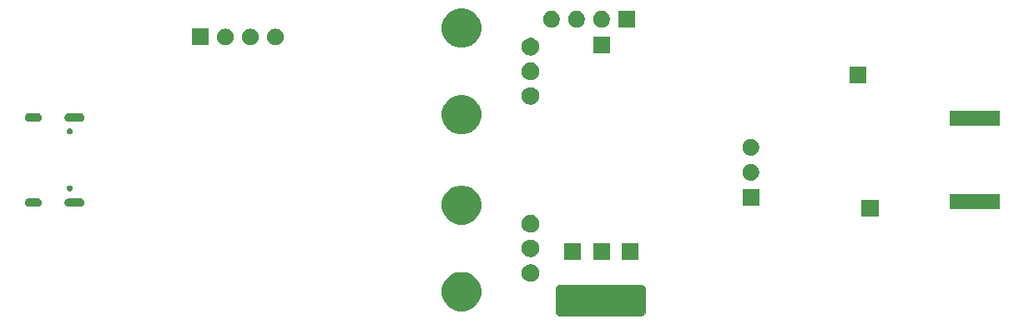
<source format=gbr>
G04 #@! TF.GenerationSoftware,KiCad,Pcbnew,5.1.5+dfsg1-2build2*
G04 #@! TF.CreationDate,2021-02-20T19:42:40+01:00*
G04 #@! TF.ProjectId,charge-hf,63686172-6765-42d6-9866-2e6b69636164,rev?*
G04 #@! TF.SameCoordinates,Original*
G04 #@! TF.FileFunction,Soldermask,Bot*
G04 #@! TF.FilePolarity,Negative*
%FSLAX46Y46*%
G04 Gerber Fmt 4.6, Leading zero omitted, Abs format (unit mm)*
G04 Created by KiCad (PCBNEW 5.1.5+dfsg1-2build2) date 2021-02-20 19:42:40*
%MOMM*%
%LPD*%
G04 APERTURE LIST*
%ADD10C,0.100000*%
G04 APERTURE END LIST*
D10*
G36*
X163800000Y-93000000D02*
G01*
X163800000Y-95600000D01*
X163500000Y-95850000D01*
X155000000Y-95850000D01*
X154750000Y-95600000D01*
X154750000Y-93000000D01*
X155050000Y-92700000D01*
X163500000Y-92700000D01*
X163800000Y-93000000D01*
G37*
X163800000Y-93000000D02*
X163800000Y-95600000D01*
X163500000Y-95850000D01*
X155000000Y-95850000D01*
X154750000Y-95600000D01*
X154750000Y-93000000D01*
X155050000Y-92700000D01*
X163500000Y-92700000D01*
X163800000Y-93000000D01*
G36*
X145783378Y-91476859D02*
G01*
X146147355Y-91627623D01*
X146474926Y-91846499D01*
X146753501Y-92125074D01*
X146972377Y-92452645D01*
X147123141Y-92816622D01*
X147200000Y-93203017D01*
X147200000Y-93596983D01*
X147123141Y-93983378D01*
X146972377Y-94347355D01*
X146753501Y-94674926D01*
X146474926Y-94953501D01*
X146147355Y-95172377D01*
X145783378Y-95323141D01*
X145396983Y-95400000D01*
X145003017Y-95400000D01*
X144616622Y-95323141D01*
X144252645Y-95172377D01*
X143925074Y-94953501D01*
X143646499Y-94674926D01*
X143427623Y-94347355D01*
X143276859Y-93983378D01*
X143200000Y-93596983D01*
X143200000Y-93203017D01*
X143276859Y-92816622D01*
X143427623Y-92452645D01*
X143646499Y-92125074D01*
X143925074Y-91846499D01*
X144252645Y-91627623D01*
X144616622Y-91476859D01*
X145003017Y-91400000D01*
X145396983Y-91400000D01*
X145783378Y-91476859D01*
G37*
G36*
X152462520Y-90634586D02*
G01*
X152626310Y-90702430D01*
X152773717Y-90800924D01*
X152899076Y-90926283D01*
X152997570Y-91073690D01*
X153065414Y-91237480D01*
X153100000Y-91411358D01*
X153100000Y-91588642D01*
X153065414Y-91762520D01*
X152997570Y-91926310D01*
X152899076Y-92073717D01*
X152773717Y-92199076D01*
X152626310Y-92297570D01*
X152462520Y-92365414D01*
X152288642Y-92400000D01*
X152111358Y-92400000D01*
X151937480Y-92365414D01*
X151773690Y-92297570D01*
X151626283Y-92199076D01*
X151500924Y-92073717D01*
X151402430Y-91926310D01*
X151334586Y-91762520D01*
X151300000Y-91588642D01*
X151300000Y-91411358D01*
X151334586Y-91237480D01*
X151402430Y-91073690D01*
X151500924Y-90926283D01*
X151626283Y-90800924D01*
X151773690Y-90702430D01*
X151937480Y-90634586D01*
X152111358Y-90600000D01*
X152288642Y-90600000D01*
X152462520Y-90634586D01*
G37*
G36*
X163150000Y-90150000D02*
G01*
X161450000Y-90150000D01*
X161450000Y-88450000D01*
X163150000Y-88450000D01*
X163150000Y-90150000D01*
G37*
G36*
X160250000Y-90150000D02*
G01*
X158550000Y-90150000D01*
X158550000Y-88450000D01*
X160250000Y-88450000D01*
X160250000Y-90150000D01*
G37*
G36*
X157350000Y-90150000D02*
G01*
X155650000Y-90150000D01*
X155650000Y-88450000D01*
X157350000Y-88450000D01*
X157350000Y-90150000D01*
G37*
G36*
X152462520Y-88134586D02*
G01*
X152626310Y-88202430D01*
X152773717Y-88300924D01*
X152899076Y-88426283D01*
X152997570Y-88573690D01*
X153065414Y-88737480D01*
X153100000Y-88911358D01*
X153100000Y-89088642D01*
X153065414Y-89262520D01*
X152997570Y-89426310D01*
X152899076Y-89573717D01*
X152773717Y-89699076D01*
X152626310Y-89797570D01*
X152462520Y-89865414D01*
X152288642Y-89900000D01*
X152111358Y-89900000D01*
X151937480Y-89865414D01*
X151773690Y-89797570D01*
X151626283Y-89699076D01*
X151500924Y-89573717D01*
X151402430Y-89426310D01*
X151334586Y-89262520D01*
X151300000Y-89088642D01*
X151300000Y-88911358D01*
X151334586Y-88737480D01*
X151402430Y-88573690D01*
X151500924Y-88426283D01*
X151626283Y-88300924D01*
X151773690Y-88202430D01*
X151937480Y-88134586D01*
X152111358Y-88100000D01*
X152288642Y-88100000D01*
X152462520Y-88134586D01*
G37*
G36*
X152462520Y-85634586D02*
G01*
X152626310Y-85702430D01*
X152773717Y-85800924D01*
X152899076Y-85926283D01*
X152997570Y-86073690D01*
X153065414Y-86237480D01*
X153100000Y-86411358D01*
X153100000Y-86588642D01*
X153065414Y-86762520D01*
X152997570Y-86926310D01*
X152899076Y-87073717D01*
X152773717Y-87199076D01*
X152626310Y-87297570D01*
X152462520Y-87365414D01*
X152288642Y-87400000D01*
X152111358Y-87400000D01*
X151937480Y-87365414D01*
X151773690Y-87297570D01*
X151626283Y-87199076D01*
X151500924Y-87073717D01*
X151402430Y-86926310D01*
X151334586Y-86762520D01*
X151300000Y-86588642D01*
X151300000Y-86411358D01*
X151334586Y-86237480D01*
X151402430Y-86073690D01*
X151500924Y-85926283D01*
X151626283Y-85800924D01*
X151773690Y-85702430D01*
X151937480Y-85634586D01*
X152111358Y-85600000D01*
X152288642Y-85600000D01*
X152462520Y-85634586D01*
G37*
G36*
X145783378Y-82676859D02*
G01*
X146147355Y-82827623D01*
X146474926Y-83046499D01*
X146753501Y-83325074D01*
X146972377Y-83652645D01*
X147123141Y-84016622D01*
X147200000Y-84403017D01*
X147200000Y-84796983D01*
X147123141Y-85183378D01*
X146972377Y-85547355D01*
X146753501Y-85874926D01*
X146474926Y-86153501D01*
X146147355Y-86372377D01*
X145783378Y-86523141D01*
X145396983Y-86600000D01*
X145003017Y-86600000D01*
X144616622Y-86523141D01*
X144252645Y-86372377D01*
X143925074Y-86153501D01*
X143646499Y-85874926D01*
X143427623Y-85547355D01*
X143276859Y-85183378D01*
X143200000Y-84796983D01*
X143200000Y-84403017D01*
X143276859Y-84016622D01*
X143427623Y-83652645D01*
X143646499Y-83325074D01*
X143925074Y-83046499D01*
X144252645Y-82827623D01*
X144616622Y-82676859D01*
X145003017Y-82600000D01*
X145396983Y-82600000D01*
X145783378Y-82676859D01*
G37*
G36*
X187500000Y-85800000D02*
G01*
X185800000Y-85800000D01*
X185800000Y-84100000D01*
X187500000Y-84100000D01*
X187500000Y-85800000D01*
G37*
G36*
X199790000Y-85000000D02*
G01*
X194710000Y-85000000D01*
X194710000Y-83500000D01*
X199790000Y-83500000D01*
X199790000Y-85000000D01*
G37*
G36*
X106568215Y-83876511D02*
G01*
X106638126Y-83897718D01*
X106653045Y-83902244D01*
X106731217Y-83944029D01*
X106799738Y-84000262D01*
X106855971Y-84068783D01*
X106897756Y-84146955D01*
X106897757Y-84146959D01*
X106923489Y-84231785D01*
X106932177Y-84320000D01*
X106923489Y-84408215D01*
X106902282Y-84478126D01*
X106897756Y-84493045D01*
X106855971Y-84571217D01*
X106799738Y-84639738D01*
X106731217Y-84695971D01*
X106653045Y-84737756D01*
X106638126Y-84742281D01*
X106568215Y-84763489D01*
X106502105Y-84770000D01*
X105357895Y-84770000D01*
X105291785Y-84763489D01*
X105221874Y-84742281D01*
X105206955Y-84737756D01*
X105128783Y-84695971D01*
X105060262Y-84639738D01*
X105004029Y-84571217D01*
X104962244Y-84493045D01*
X104957718Y-84478126D01*
X104936511Y-84408215D01*
X104927823Y-84320000D01*
X104936511Y-84231785D01*
X104962243Y-84146959D01*
X104962244Y-84146955D01*
X105004029Y-84068783D01*
X105060262Y-84000262D01*
X105128783Y-83944029D01*
X105206955Y-83902244D01*
X105221874Y-83897718D01*
X105291785Y-83876511D01*
X105357895Y-83870000D01*
X106502105Y-83870000D01*
X106568215Y-83876511D01*
G37*
G36*
X102248215Y-83876511D02*
G01*
X102318126Y-83897718D01*
X102333045Y-83902244D01*
X102411217Y-83944029D01*
X102479738Y-84000262D01*
X102535971Y-84068783D01*
X102577756Y-84146955D01*
X102577757Y-84146959D01*
X102603489Y-84231785D01*
X102612177Y-84320000D01*
X102603489Y-84408215D01*
X102582282Y-84478126D01*
X102577756Y-84493045D01*
X102535971Y-84571217D01*
X102479738Y-84639738D01*
X102411217Y-84695971D01*
X102333045Y-84737756D01*
X102318126Y-84742281D01*
X102248215Y-84763489D01*
X102182105Y-84770000D01*
X101337895Y-84770000D01*
X101271785Y-84763489D01*
X101201874Y-84742281D01*
X101186955Y-84737756D01*
X101108783Y-84695971D01*
X101040262Y-84639738D01*
X100984029Y-84571217D01*
X100942244Y-84493045D01*
X100937718Y-84478126D01*
X100916511Y-84408215D01*
X100907823Y-84320000D01*
X100916511Y-84231785D01*
X100942243Y-84146959D01*
X100942244Y-84146955D01*
X100984029Y-84068783D01*
X101040262Y-84000262D01*
X101108783Y-83944029D01*
X101186955Y-83902244D01*
X101201874Y-83897718D01*
X101271785Y-83876511D01*
X101337895Y-83870000D01*
X102182105Y-83870000D01*
X102248215Y-83876511D01*
G37*
G36*
X175400000Y-84650000D02*
G01*
X173700000Y-84650000D01*
X173700000Y-82950000D01*
X175400000Y-82950000D01*
X175400000Y-84650000D01*
G37*
G36*
X105537507Y-82601528D02*
G01*
X105592103Y-82624143D01*
X105641239Y-82656974D01*
X105683026Y-82698761D01*
X105715857Y-82747897D01*
X105738472Y-82802493D01*
X105750000Y-82860453D01*
X105750000Y-82919547D01*
X105738472Y-82977507D01*
X105715857Y-83032103D01*
X105683026Y-83081239D01*
X105641239Y-83123026D01*
X105592103Y-83155857D01*
X105537507Y-83178472D01*
X105479547Y-83190000D01*
X105420453Y-83190000D01*
X105362493Y-83178472D01*
X105307897Y-83155857D01*
X105258761Y-83123026D01*
X105216974Y-83081239D01*
X105184143Y-83032103D01*
X105161528Y-82977507D01*
X105150000Y-82919547D01*
X105150000Y-82860453D01*
X105161528Y-82802493D01*
X105184143Y-82747897D01*
X105216974Y-82698761D01*
X105258761Y-82656974D01*
X105307897Y-82624143D01*
X105362493Y-82601528D01*
X105420453Y-82590000D01*
X105479547Y-82590000D01*
X105537507Y-82601528D01*
G37*
G36*
X174743197Y-80431777D02*
G01*
X174797937Y-80442665D01*
X174952626Y-80506739D01*
X175091845Y-80599763D01*
X175210237Y-80718155D01*
X175303261Y-80857374D01*
X175367335Y-81012063D01*
X175400000Y-81176284D01*
X175400000Y-81343716D01*
X175367335Y-81507937D01*
X175303261Y-81662626D01*
X175210237Y-81801845D01*
X175091845Y-81920237D01*
X174952626Y-82013261D01*
X174797937Y-82077335D01*
X174743197Y-82088223D01*
X174633718Y-82110000D01*
X174466282Y-82110000D01*
X174356803Y-82088223D01*
X174302063Y-82077335D01*
X174147374Y-82013261D01*
X174008155Y-81920237D01*
X173889763Y-81801845D01*
X173796739Y-81662626D01*
X173732665Y-81507937D01*
X173700000Y-81343716D01*
X173700000Y-81176284D01*
X173732665Y-81012063D01*
X173796739Y-80857374D01*
X173889763Y-80718155D01*
X174008155Y-80599763D01*
X174147374Y-80506739D01*
X174302063Y-80442665D01*
X174356803Y-80431777D01*
X174466282Y-80410000D01*
X174633718Y-80410000D01*
X174743197Y-80431777D01*
G37*
G36*
X174743197Y-77891777D02*
G01*
X174797937Y-77902665D01*
X174952626Y-77966739D01*
X175091845Y-78059763D01*
X175210237Y-78178155D01*
X175303261Y-78317374D01*
X175367335Y-78472063D01*
X175400000Y-78636284D01*
X175400000Y-78803716D01*
X175367335Y-78967937D01*
X175303261Y-79122626D01*
X175210237Y-79261845D01*
X175091845Y-79380237D01*
X174952626Y-79473261D01*
X174797937Y-79537335D01*
X174743197Y-79548223D01*
X174633718Y-79570000D01*
X174466282Y-79570000D01*
X174356803Y-79548223D01*
X174302063Y-79537335D01*
X174147374Y-79473261D01*
X174008155Y-79380237D01*
X173889763Y-79261845D01*
X173796739Y-79122626D01*
X173732665Y-78967937D01*
X173700000Y-78803716D01*
X173700000Y-78636284D01*
X173732665Y-78472063D01*
X173796739Y-78317374D01*
X173889763Y-78178155D01*
X174008155Y-78059763D01*
X174147374Y-77966739D01*
X174302063Y-77902665D01*
X174356803Y-77891777D01*
X174466282Y-77870000D01*
X174633718Y-77870000D01*
X174743197Y-77891777D01*
G37*
G36*
X105537507Y-76821528D02*
G01*
X105592103Y-76844143D01*
X105641239Y-76876974D01*
X105683026Y-76918761D01*
X105715857Y-76967897D01*
X105738472Y-77022493D01*
X105750000Y-77080453D01*
X105750000Y-77139547D01*
X105738472Y-77197507D01*
X105715857Y-77252103D01*
X105683026Y-77301239D01*
X105641239Y-77343026D01*
X105592103Y-77375857D01*
X105537507Y-77398472D01*
X105479547Y-77410000D01*
X105420453Y-77410000D01*
X105362493Y-77398472D01*
X105307897Y-77375857D01*
X105258761Y-77343026D01*
X105216974Y-77301239D01*
X105184143Y-77252103D01*
X105161528Y-77197507D01*
X105150000Y-77139547D01*
X105150000Y-77080453D01*
X105161528Y-77022493D01*
X105184143Y-76967897D01*
X105216974Y-76918761D01*
X105258761Y-76876974D01*
X105307897Y-76844143D01*
X105362493Y-76821528D01*
X105420453Y-76810000D01*
X105479547Y-76810000D01*
X105537507Y-76821528D01*
G37*
G36*
X145783378Y-73476859D02*
G01*
X146147355Y-73627623D01*
X146474926Y-73846499D01*
X146753501Y-74125074D01*
X146972377Y-74452645D01*
X147123141Y-74816622D01*
X147200000Y-75203017D01*
X147200000Y-75596983D01*
X147123141Y-75983378D01*
X146972377Y-76347355D01*
X146753501Y-76674926D01*
X146474926Y-76953501D01*
X146147355Y-77172377D01*
X145783378Y-77323141D01*
X145396983Y-77400000D01*
X145003017Y-77400000D01*
X144616622Y-77323141D01*
X144252645Y-77172377D01*
X143925074Y-76953501D01*
X143646499Y-76674926D01*
X143427623Y-76347355D01*
X143276859Y-75983378D01*
X143200000Y-75596983D01*
X143200000Y-75203017D01*
X143276859Y-74816622D01*
X143427623Y-74452645D01*
X143646499Y-74125074D01*
X143925074Y-73846499D01*
X144252645Y-73627623D01*
X144616622Y-73476859D01*
X145003017Y-73400000D01*
X145396983Y-73400000D01*
X145783378Y-73476859D01*
G37*
G36*
X199790000Y-76500000D02*
G01*
X194710000Y-76500000D01*
X194710000Y-75000000D01*
X199790000Y-75000000D01*
X199790000Y-76500000D01*
G37*
G36*
X102248215Y-75236511D02*
G01*
X102318126Y-75257718D01*
X102333045Y-75262244D01*
X102411217Y-75304029D01*
X102479738Y-75360262D01*
X102535971Y-75428783D01*
X102577756Y-75506955D01*
X102577757Y-75506959D01*
X102603489Y-75591785D01*
X102612177Y-75680000D01*
X102603489Y-75768215D01*
X102582281Y-75838126D01*
X102577756Y-75853045D01*
X102535971Y-75931217D01*
X102479738Y-75999738D01*
X102411217Y-76055971D01*
X102333045Y-76097756D01*
X102318126Y-76102282D01*
X102248215Y-76123489D01*
X102182105Y-76130000D01*
X101337895Y-76130000D01*
X101271785Y-76123489D01*
X101201874Y-76102282D01*
X101186955Y-76097756D01*
X101108783Y-76055971D01*
X101040262Y-75999738D01*
X100984029Y-75931217D01*
X100942244Y-75853045D01*
X100937719Y-75838126D01*
X100916511Y-75768215D01*
X100907823Y-75680000D01*
X100916511Y-75591785D01*
X100942243Y-75506959D01*
X100942244Y-75506955D01*
X100984029Y-75428783D01*
X101040262Y-75360262D01*
X101108783Y-75304029D01*
X101186955Y-75262244D01*
X101201874Y-75257718D01*
X101271785Y-75236511D01*
X101337895Y-75230000D01*
X102182105Y-75230000D01*
X102248215Y-75236511D01*
G37*
G36*
X106568215Y-75236511D02*
G01*
X106638126Y-75257718D01*
X106653045Y-75262244D01*
X106731217Y-75304029D01*
X106799738Y-75360262D01*
X106855971Y-75428783D01*
X106897756Y-75506955D01*
X106897757Y-75506959D01*
X106923489Y-75591785D01*
X106932177Y-75680000D01*
X106923489Y-75768215D01*
X106902281Y-75838126D01*
X106897756Y-75853045D01*
X106855971Y-75931217D01*
X106799738Y-75999738D01*
X106731217Y-76055971D01*
X106653045Y-76097756D01*
X106638126Y-76102282D01*
X106568215Y-76123489D01*
X106502105Y-76130000D01*
X105357895Y-76130000D01*
X105291785Y-76123489D01*
X105221874Y-76102282D01*
X105206955Y-76097756D01*
X105128783Y-76055971D01*
X105060262Y-75999738D01*
X105004029Y-75931217D01*
X104962244Y-75853045D01*
X104957719Y-75838126D01*
X104936511Y-75768215D01*
X104927823Y-75680000D01*
X104936511Y-75591785D01*
X104962243Y-75506959D01*
X104962244Y-75506955D01*
X105004029Y-75428783D01*
X105060262Y-75360262D01*
X105128783Y-75304029D01*
X105206955Y-75262244D01*
X105221874Y-75257718D01*
X105291785Y-75236511D01*
X105357895Y-75230000D01*
X106502105Y-75230000D01*
X106568215Y-75236511D01*
G37*
G36*
X152462520Y-72634586D02*
G01*
X152626310Y-72702430D01*
X152773717Y-72800924D01*
X152899076Y-72926283D01*
X152997570Y-73073690D01*
X153065414Y-73237480D01*
X153100000Y-73411358D01*
X153100000Y-73588642D01*
X153065414Y-73762520D01*
X152997570Y-73926310D01*
X152899076Y-74073717D01*
X152773717Y-74199076D01*
X152626310Y-74297570D01*
X152462520Y-74365414D01*
X152288642Y-74400000D01*
X152111358Y-74400000D01*
X151937480Y-74365414D01*
X151773690Y-74297570D01*
X151626283Y-74199076D01*
X151500924Y-74073717D01*
X151402430Y-73926310D01*
X151334586Y-73762520D01*
X151300000Y-73588642D01*
X151300000Y-73411358D01*
X151334586Y-73237480D01*
X151402430Y-73073690D01*
X151500924Y-72926283D01*
X151626283Y-72800924D01*
X151773690Y-72702430D01*
X151937480Y-72634586D01*
X152111358Y-72600000D01*
X152288642Y-72600000D01*
X152462520Y-72634586D01*
G37*
G36*
X186300000Y-72250000D02*
G01*
X184600000Y-72250000D01*
X184600000Y-70550000D01*
X186300000Y-70550000D01*
X186300000Y-72250000D01*
G37*
G36*
X152462520Y-70134586D02*
G01*
X152626310Y-70202430D01*
X152773717Y-70300924D01*
X152899076Y-70426283D01*
X152997570Y-70573690D01*
X153065414Y-70737480D01*
X153100000Y-70911358D01*
X153100000Y-71088642D01*
X153065414Y-71262520D01*
X152997570Y-71426310D01*
X152899076Y-71573717D01*
X152773717Y-71699076D01*
X152626310Y-71797570D01*
X152462520Y-71865414D01*
X152288642Y-71900000D01*
X152111358Y-71900000D01*
X151937480Y-71865414D01*
X151773690Y-71797570D01*
X151626283Y-71699076D01*
X151500924Y-71573717D01*
X151402430Y-71426310D01*
X151334586Y-71262520D01*
X151300000Y-71088642D01*
X151300000Y-70911358D01*
X151334586Y-70737480D01*
X151402430Y-70573690D01*
X151500924Y-70426283D01*
X151626283Y-70300924D01*
X151773690Y-70202430D01*
X151937480Y-70134586D01*
X152111358Y-70100000D01*
X152288642Y-70100000D01*
X152462520Y-70134586D01*
G37*
G36*
X152462520Y-67634586D02*
G01*
X152626310Y-67702430D01*
X152773717Y-67800924D01*
X152899076Y-67926283D01*
X152997570Y-68073690D01*
X153065414Y-68237480D01*
X153100000Y-68411358D01*
X153100000Y-68588642D01*
X153065414Y-68762520D01*
X152997570Y-68926310D01*
X152899076Y-69073717D01*
X152773717Y-69199076D01*
X152626310Y-69297570D01*
X152462520Y-69365414D01*
X152288642Y-69400000D01*
X152111358Y-69400000D01*
X151937480Y-69365414D01*
X151773690Y-69297570D01*
X151626283Y-69199076D01*
X151500924Y-69073717D01*
X151402430Y-68926310D01*
X151334586Y-68762520D01*
X151300000Y-68588642D01*
X151300000Y-68411358D01*
X151334586Y-68237480D01*
X151402430Y-68073690D01*
X151500924Y-67926283D01*
X151626283Y-67800924D01*
X151773690Y-67702430D01*
X151937480Y-67634586D01*
X152111358Y-67600000D01*
X152288642Y-67600000D01*
X152462520Y-67634586D01*
G37*
G36*
X160250000Y-69200000D02*
G01*
X158550000Y-69200000D01*
X158550000Y-67500000D01*
X160250000Y-67500000D01*
X160250000Y-69200000D01*
G37*
G36*
X145783378Y-64676859D02*
G01*
X146147355Y-64827623D01*
X146474926Y-65046499D01*
X146753501Y-65325074D01*
X146972377Y-65652645D01*
X147123141Y-66016622D01*
X147200000Y-66403017D01*
X147200000Y-66796983D01*
X147123141Y-67183378D01*
X146972377Y-67547355D01*
X146753501Y-67874926D01*
X146474926Y-68153501D01*
X146147355Y-68372377D01*
X145783378Y-68523141D01*
X145396983Y-68600000D01*
X145003017Y-68600000D01*
X144616622Y-68523141D01*
X144252645Y-68372377D01*
X143925074Y-68153501D01*
X143646499Y-67874926D01*
X143427623Y-67547355D01*
X143276859Y-67183378D01*
X143200000Y-66796983D01*
X143200000Y-66403017D01*
X143276859Y-66016622D01*
X143427623Y-65652645D01*
X143646499Y-65325074D01*
X143925074Y-65046499D01*
X144252645Y-64827623D01*
X144616622Y-64676859D01*
X145003017Y-64600000D01*
X145396983Y-64600000D01*
X145783378Y-64676859D01*
G37*
G36*
X126513197Y-66671777D02*
G01*
X126567937Y-66682665D01*
X126722626Y-66746739D01*
X126861845Y-66839763D01*
X126980237Y-66958155D01*
X127073261Y-67097374D01*
X127108885Y-67183379D01*
X127137335Y-67252064D01*
X127170000Y-67416282D01*
X127170000Y-67583718D01*
X127148223Y-67693197D01*
X127137335Y-67747937D01*
X127073261Y-67902626D01*
X126980237Y-68041845D01*
X126861845Y-68160237D01*
X126722626Y-68253261D01*
X126567937Y-68317335D01*
X126513197Y-68328223D01*
X126403718Y-68350000D01*
X126236282Y-68350000D01*
X126126803Y-68328223D01*
X126072063Y-68317335D01*
X125917374Y-68253261D01*
X125778155Y-68160237D01*
X125659763Y-68041845D01*
X125566739Y-67902626D01*
X125502665Y-67747937D01*
X125491777Y-67693197D01*
X125470000Y-67583718D01*
X125470000Y-67416282D01*
X125502665Y-67252064D01*
X125531115Y-67183379D01*
X125566739Y-67097374D01*
X125659763Y-66958155D01*
X125778155Y-66839763D01*
X125917374Y-66746739D01*
X126072063Y-66682665D01*
X126126803Y-66671777D01*
X126236282Y-66650000D01*
X126403718Y-66650000D01*
X126513197Y-66671777D01*
G37*
G36*
X123973197Y-66671777D02*
G01*
X124027937Y-66682665D01*
X124182626Y-66746739D01*
X124321845Y-66839763D01*
X124440237Y-66958155D01*
X124533261Y-67097374D01*
X124568885Y-67183379D01*
X124597335Y-67252064D01*
X124630000Y-67416282D01*
X124630000Y-67583718D01*
X124608223Y-67693197D01*
X124597335Y-67747937D01*
X124533261Y-67902626D01*
X124440237Y-68041845D01*
X124321845Y-68160237D01*
X124182626Y-68253261D01*
X124027937Y-68317335D01*
X123973197Y-68328223D01*
X123863718Y-68350000D01*
X123696282Y-68350000D01*
X123586803Y-68328223D01*
X123532063Y-68317335D01*
X123377374Y-68253261D01*
X123238155Y-68160237D01*
X123119763Y-68041845D01*
X123026739Y-67902626D01*
X122962665Y-67747937D01*
X122951777Y-67693197D01*
X122930000Y-67583718D01*
X122930000Y-67416282D01*
X122962665Y-67252064D01*
X122991115Y-67183379D01*
X123026739Y-67097374D01*
X123119763Y-66958155D01*
X123238155Y-66839763D01*
X123377374Y-66746739D01*
X123532063Y-66682665D01*
X123586803Y-66671777D01*
X123696282Y-66650000D01*
X123863718Y-66650000D01*
X123973197Y-66671777D01*
G37*
G36*
X119550000Y-68350000D02*
G01*
X117850000Y-68350000D01*
X117850000Y-66650000D01*
X119550000Y-66650000D01*
X119550000Y-68350000D01*
G37*
G36*
X121433197Y-66671777D02*
G01*
X121487937Y-66682665D01*
X121642626Y-66746739D01*
X121781845Y-66839763D01*
X121900237Y-66958155D01*
X121993261Y-67097374D01*
X122028885Y-67183379D01*
X122057335Y-67252064D01*
X122090000Y-67416282D01*
X122090000Y-67583718D01*
X122068223Y-67693197D01*
X122057335Y-67747937D01*
X121993261Y-67902626D01*
X121900237Y-68041845D01*
X121781845Y-68160237D01*
X121642626Y-68253261D01*
X121487937Y-68317335D01*
X121433197Y-68328223D01*
X121323718Y-68350000D01*
X121156282Y-68350000D01*
X121046803Y-68328223D01*
X120992063Y-68317335D01*
X120837374Y-68253261D01*
X120698155Y-68160237D01*
X120579763Y-68041845D01*
X120486739Y-67902626D01*
X120422665Y-67747937D01*
X120411777Y-67693197D01*
X120390000Y-67583718D01*
X120390000Y-67416282D01*
X120422665Y-67252064D01*
X120451115Y-67183379D01*
X120486739Y-67097374D01*
X120579763Y-66958155D01*
X120698155Y-66839763D01*
X120837374Y-66746739D01*
X120992063Y-66682665D01*
X121046803Y-66671777D01*
X121156282Y-66650000D01*
X121323718Y-66650000D01*
X121433197Y-66671777D01*
G37*
G36*
X159603197Y-64871777D02*
G01*
X159657937Y-64882665D01*
X159812626Y-64946739D01*
X159951845Y-65039763D01*
X160070237Y-65158155D01*
X160163261Y-65297374D01*
X160227335Y-65452063D01*
X160260000Y-65616284D01*
X160260000Y-65783716D01*
X160227335Y-65947937D01*
X160163261Y-66102626D01*
X160070237Y-66241845D01*
X159951845Y-66360237D01*
X159812626Y-66453261D01*
X159657937Y-66517335D01*
X159603197Y-66528223D01*
X159493718Y-66550000D01*
X159326282Y-66550000D01*
X159216803Y-66528223D01*
X159162063Y-66517335D01*
X159007374Y-66453261D01*
X158868155Y-66360237D01*
X158749763Y-66241845D01*
X158656739Y-66102626D01*
X158592665Y-65947937D01*
X158560000Y-65783716D01*
X158560000Y-65616284D01*
X158592665Y-65452063D01*
X158656739Y-65297374D01*
X158749763Y-65158155D01*
X158868155Y-65039763D01*
X159007374Y-64946739D01*
X159162063Y-64882665D01*
X159216803Y-64871777D01*
X159326282Y-64850000D01*
X159493718Y-64850000D01*
X159603197Y-64871777D01*
G37*
G36*
X162800000Y-66550000D02*
G01*
X161100000Y-66550000D01*
X161100000Y-64850000D01*
X162800000Y-64850000D01*
X162800000Y-66550000D01*
G37*
G36*
X157063197Y-64871777D02*
G01*
X157117937Y-64882665D01*
X157272626Y-64946739D01*
X157411845Y-65039763D01*
X157530237Y-65158155D01*
X157623261Y-65297374D01*
X157687335Y-65452063D01*
X157720000Y-65616284D01*
X157720000Y-65783716D01*
X157687335Y-65947937D01*
X157623261Y-66102626D01*
X157530237Y-66241845D01*
X157411845Y-66360237D01*
X157272626Y-66453261D01*
X157117937Y-66517335D01*
X157063197Y-66528223D01*
X156953718Y-66550000D01*
X156786282Y-66550000D01*
X156676803Y-66528223D01*
X156622063Y-66517335D01*
X156467374Y-66453261D01*
X156328155Y-66360237D01*
X156209763Y-66241845D01*
X156116739Y-66102626D01*
X156052665Y-65947937D01*
X156020000Y-65783716D01*
X156020000Y-65616284D01*
X156052665Y-65452063D01*
X156116739Y-65297374D01*
X156209763Y-65158155D01*
X156328155Y-65039763D01*
X156467374Y-64946739D01*
X156622063Y-64882665D01*
X156676803Y-64871777D01*
X156786282Y-64850000D01*
X156953718Y-64850000D01*
X157063197Y-64871777D01*
G37*
G36*
X154523197Y-64871777D02*
G01*
X154577937Y-64882665D01*
X154732626Y-64946739D01*
X154871845Y-65039763D01*
X154990237Y-65158155D01*
X155083261Y-65297374D01*
X155147335Y-65452063D01*
X155180000Y-65616284D01*
X155180000Y-65783716D01*
X155147335Y-65947937D01*
X155083261Y-66102626D01*
X154990237Y-66241845D01*
X154871845Y-66360237D01*
X154732626Y-66453261D01*
X154577937Y-66517335D01*
X154523197Y-66528223D01*
X154413718Y-66550000D01*
X154246282Y-66550000D01*
X154136803Y-66528223D01*
X154082063Y-66517335D01*
X153927374Y-66453261D01*
X153788155Y-66360237D01*
X153669763Y-66241845D01*
X153576739Y-66102626D01*
X153512665Y-65947937D01*
X153480000Y-65783716D01*
X153480000Y-65616284D01*
X153512665Y-65452063D01*
X153576739Y-65297374D01*
X153669763Y-65158155D01*
X153788155Y-65039763D01*
X153927374Y-64946739D01*
X154082063Y-64882665D01*
X154136803Y-64871777D01*
X154246282Y-64850000D01*
X154413718Y-64850000D01*
X154523197Y-64871777D01*
G37*
M02*

</source>
